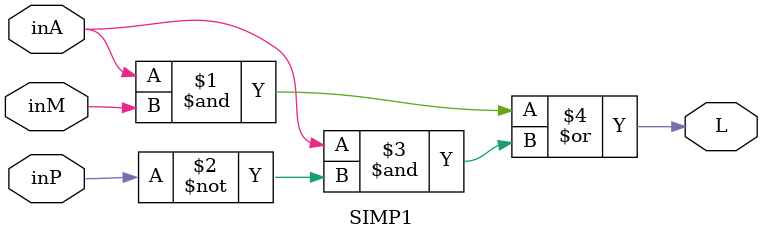
<source format=v>


module SOP(input wire inA, inM, inP, output wire L);

    wire NM, NP, A1, A2, A3;
    not (NM, inM);
    not (NP, inP);
    and (A1, inA, NM, NP);
    and (A2, inA, inM, NP);
    and (A3, inA, inM, inP);
    or (L, A1, A2, A3);

endmodule

//POS L = (A + M + P)*(A + M + P')*(A + M' + P)*(A + M' + P')*(A' + M + P')

module POS(input wire inA, inM, inP, output wire L);

    wire NA, NM, NP, o1, o2, o3, o4, o5;
    not (NA, inA);
    not (NM, inM);
    not (NP, inP);
    or (o1, inA, inM, inP);
    or (o2, inA, inM, NP);
    or (o3, inA, NM, inP);
    or (o4, inA, NM, NP);
    or (o5, NA, inM, NP);
    and (L, o1, o2, o3, o4, o5);

endmodule

//Simplificada L = A*M + A*P'

module SIMP(input wire inA, inM, inP, output wire L);

    wire NP, A1, A2;
    not (NP, inP);
    and (A1, inA, inM);
    and (A2, inA, NP);
    or (L, A1, A2);

endmodule

//Behavioral modelling
//SOP L = A*M'*P' + A*M*P' + A*M*P
    module SOP1(input wire inA, inM, inP, output wire L);

        assign L = (inA & ~inM & ~inP) | (inA & inM & ~inP) 
        | (inA & inM & inP);
    
    endmodule
    
//POS L = (A + M + P)*(A + M + P')*(A + M' + P)*(A + M' + P')*(A' + M + P')
    module POS1(input wire inA, inM, inP, output wire L);

        assign L = (inA | inM | inP) & (inA | inM | ~inP) 
        & (inA | ~inM | inP) & (inA | ~inM | ~inP) & (~inA | inM | ~inP);

    endmodule

//Simplificada L = A*M + A*P'
    module SIMP1(input wire inA, inM, inP, output wire L);
        assign L = (inA & inM) | (inA & ~inP);

    endmodule
</source>
